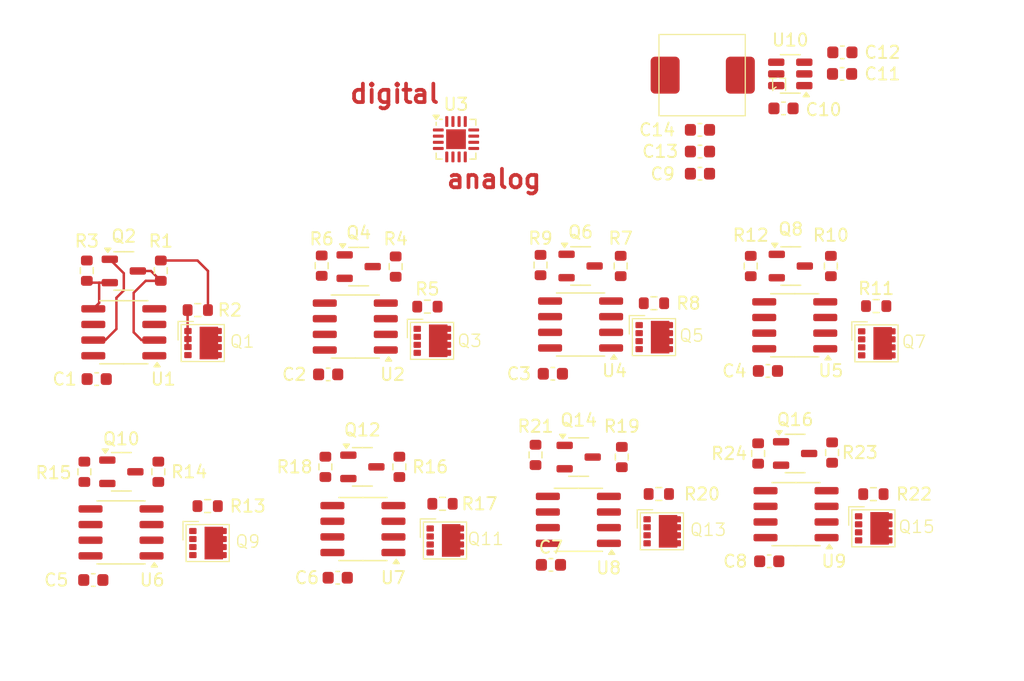
<source format=kicad_pcb>
(kicad_pcb (version 20241229) (generator "pcbnew") (generator_version "9.0")
  (layers (0 "F.Cu" signal) (4 "In1.Cu" signal) (6 "In2.Cu" signal) (2 "B.Cu" signal) (13 "F.Paste" user) (15 "B.Paste" user) (5 "F.SilkS" user "F.Silkscreen") (7 "B.SilkS" user "B.Silkscreen") (1 "F.Mask" user) (3 "B.Mask" user) (25 "Edge.Cuts" user))
  (net 0 "")
  (net 1 "Net-(U2A--)")
  (net 2 "Net-(U2B-+)")
  (net 3 "CH0")
  (net 4 "Net-(U2A-+)")
  (net 5 "GND")
  (net 6 "V_IN")
  (net 7 "AVDD")
  (net 8 "Net-(Q1-Pad4)")
  (net 9 "Net-(Q2-Pad1)")
  (net 10 "Net-(U1B-+)")
  (net 11 "Net-(U1A--)")
  (net 12 "CH1")
  (net 13 "Net-(Q3-Pad4)")
  (net 14 "Net-(Q4-Pad1)")
  (net 15 "CH2")
  (net 16 "Net-(U4A-+)")
  (net 17 "Net-(Q5-Pad4)")
  (net 18 "Net-(U4B-+)")
  (net 19 "Net-(Q6-Pad1)")
  (net 20 "Net-(U4A--)")
  (net 21 "Net-(U5A-+)")
  (net 22 "Net-(Q7-Pad4)")
  (net 23 "CH3")
  (net 24 "Net-(Q8-Pad1)")
  (net 25 "Net-(U5B-+)")
  (net 26 "Net-(U5A--)")
  (net 27 "CH4")
  (net 28 "Net-(U6A-+)")
  (net 29 "Net-(Q9-Pad4)")
  (net 30 "Net-(U6A--)")
  (net 31 "Net-(Q10-Pad1)")
  (net 32 "Net-(U6B-+)")
  (net 33 "CH5")
  (net 34 "Net-(U7A-+)")
  (net 35 "Net-(Q11-Pad4)")
  (net 36 "Net-(U7A--)")
  (net 37 "Net-(U7B-+)")
  (net 38 "Net-(Q12-Pad1)")
  (net 39 "Net-(Q13-Pad4)")
  (net 40 "CH6")
  (net 41 "Net-(U8B--)")
  (net 42 "Net-(U8A-+)")
  (net 43 "Net-(Q14-Pad1)")
  (net 44 "Net-(U8A--)")
  (net 45 "Net-(Q15-Pad4)")
  (net 46 "CH7")
  (net 47 "Net-(U9A-+)")
  (net 48 "Net-(U9B-+)")
  (net 49 "Net-(Q16-Pad1)")
  (net 50 "Net-(U9A--)")
  (net 51 "Net-(U10-SW)")
  (net 52 "Net-(U10-BST)")
  (net 53 "+3.3V")
  (net 55 "VREF")
  (net 56 "Net-(U1A-+)")
  (net 57 "DAC0")
  (net 58 "DAC1")
  (net 59 "DAC7")
  (net 60 "DAC6")
  (net 61 "DAC4")
  (net 62 "DAC5")
  (net 63 "DAC3")
  (net 64 "DAC2")
  (net 67 "SDI")
  (net 68 "SCLK")
  (net 69 "~{CS}")
  (net 70 "SDO")
  (footprint "Resistor_SMD:R_0603_1608Metric" (layer "F.Cu") (at 109.3675 52.34)
    (property "Reference" "R5" (at 0 -1.43 0) (layer "F.SilkS"))
    (property "Value" "100E")
    (pad "1" smd roundrect (at -0.825 0) (size 0.8 0.95) (layers "F.Cu" "F.Mask" "F.Paste") (net 4 "Net-(U2A-+)"))
    (pad "2" smd roundrect (at 0.825 0) (size 0.8 0.95) (layers "F.Cu" "F.Mask" "F.Paste") (net 6 "V_IN"))
  )
  (footprint "Resistor_SMD:R_0603_1608Metric" (layer "F.Cu") (at 145.5425 67.56 180)
    (property "Reference" "R22" (at -3.3 0 0) (layer "F.SilkS"))
    (property "Value" "2k")
    (pad "1" smd roundrect (at -0.825 0 180) (size 0.8 0.95) (layers "F.Cu" "F.Mask" "F.Paste") (net 6 "V_IN"))
    (pad "2" smd roundrect (at 0.825 0 180) (size 0.8 0.95) (layers "F.Cu" "F.Mask" "F.Paste") (net 50 "Net-(U9A--)"))
  )
  (footprint "Capacitor_SMD:C_0603_1608Metric" (layer "F.Cu") (at 131.475 37.99 180)
    (property "Reference" "C14" (at 3.475 0 0) (layer "F.SilkS"))
    (property "Value" "0.1uF")
    (pad "1" smd roundrect (at -0.775 0 180) (size 0.9 0.95) (layers "F.Cu" "F.Mask" "F.Paste") (net 53 "+3.3V"))
    (pad "2" smd roundrect (at 0.775 0 180) (size 0.9 0.95) (layers "F.Cu" "F.Mask" "F.Paste") (net 5 "GND"))
  )
  (footprint "Capacitor_SMD:C_0603_1608Metric" (layer "F.Cu") (at 143 33.45 180)
    (property "Reference" "C11" (at -3.275 0 0) (layer "F.SilkS"))
    (property "Value" "22uF")
    (pad "1" smd roundrect (at -0.775 0 180) (size 0.9 0.95) (layers "F.Cu" "F.Mask" "F.Paste") (net 53 "+3.3V"))
    (pad "2" smd roundrect (at 0.775 0 180) (size 0.9 0.95) (layers "F.Cu" "F.Mask" "F.Paste") (net 5 "GND"))
  )
  (footprint "Curd:HSMT8" (layer "F.Cu") (at 135.6375 70.575 -90)
    (property "Reference" "Q13" (at -0.125 3.5 0) (layer "F.SilkS") (effects (font (thickness 0.1))))
    (property "Value" "RQ3E120AT")
    (pad "1" smd roundrect (at -0.975 8.45) (size 0.6 0.5) (layers "F.Cu" "F.Mask" "F.Paste") (roundrect_rratio 0.15) (net 42 "Net-(U8A-+)"))
    (pad "2" smd roundrect (at -0.325 8.45) (size 0.6 0.5) (layers "F.Cu" "F.Mask" "F.Paste") (roundrect_rratio 0.15) (net 42 "Net-(U8A-+)"))
    (pad "3" smd roundrect (at 0.325 8.45) (size 0.6 0.5) (layers "F.Cu" "F.Mask" "F.Paste") (roundrect_rratio 0.15) (net 42 "Net-(U8A-+)"))
    (pad "4" smd roundrect (at 0.975 8.45) (size 0.6 0.5) (layers "F.Cu" "F.Mask" "F.Paste") (roundrect_rratio 0.15) (net 39 "Net-(Q13-Pad4)"))
    (pad "5" smd rect (at 0 6.75) (size 1.5 2.65) (layers "F.Cu" "F.Mask" "F.Paste") (net 40 "CH6"))
    (pad "5" smd roundrect (at 0.975 6) (size 0.6 0.5) (layers "F.Cu" "F.Mask" "F.Paste") (roundrect_rratio 0.15) (net 40 "CH6"))
    (pad "6" smd roundrect (at 0.325 6) (size 0.6 0.5) (layers "F.Cu" "F.Mask" "F.Paste") (roundrect_rratio 0.15) (net 40 "CH6"))
    (pad "7" smd roundrect (at -0.325 6) (size 0.6 0.5) (layers "F.Cu" "F.Mask" "F.Paste") (roundrect_rratio 0.15) (net 40 "CH6"))
    (pad "8" smd roundrect (at -0.975 6) (size 0.6 0.5) (layers "F.Cu" "F.Mask" "F.Paste") (roundrect_rratio 0.15) (net 40 "CH6"))
  )
  (footprint "Package_TO_SOT_SMD:SOT-23-3" (layer "F.Cu") (at 121.6375 64.55)
    (property "Reference" "Q14" (at 0 -3 0) (layer "F.SilkS"))
    (property "Value" "PMV40UN2")
    (pad "1" smd roundrect (at -1.1375 -0.95) (size 1.325 0.6) (layers "F.Cu" "F.Mask" "F.Paste") (net 43 "Net-(Q14-Pad1)"))
    (pad "2" smd roundrect (at -1.1375 0.95) (size 1.325 0.6) (layers "F.Cu" "F.Mask" "F.Paste") (net 41 "Net-(U8B--)"))
    (pad "3" smd roundrect (at 1.1375 0) (size 1.325 0.6) (layers "F.Cu" "F.Mask" "F.Paste") (net 44 "Net-(U8A--)"))
  )
  (footprint "Capacitor_SMD:C_0603_1608Metric" (layer "F.Cu") (at 138.25 36.25)
    (property "Reference" "C10" (at 3.25 0.1 0) (layer "F.SilkS"))
    (property "Value" "0.1uF")
    (pad "1" smd roundrect (at -0.775 0) (size 0.9 0.95) (layers "F.Cu" "F.Mask" "F.Paste") (net 51 "Net-(U10-SW)"))
    (pad "2" smd roundrect (at 0.775 0) (size 0.9 0.95) (layers "F.Cu" "F.Mask" "F.Paste") (net 52 "Net-(U10-BST)"))
  )
  (footprint "Curd:HSMT8" (layer "F.Cu") (at 118.0425 71.32 -90)
    (property "Reference" "Q11" (at -0.125 3.95 0) (layer "F.SilkS") (effects (font (thickness 0.1))))
    (property "Value" "RQ3E120AT")
    (pad "1" smd roundrect (at -0.975 8.45) (size 0.6 0.5) (layers "F.Cu" "F.Mask" "F.Paste") (roundrect_rratio 0.15) (net 34 "Net-(U7A-+)"))
    (pad "2" smd roundrect (at -0.325 8.45) (size 0.6 0.5) (layers "F.Cu" "F.Mask" "F.Paste") (roundrect_rratio 0.15) (net 34 "Net-(U7A-+)"))
    (pad "3" smd roundrect (at 0.325 8.45) (size 0.6 0.5) (layers "F.Cu" "F.Mask" "F.Paste") (roundrect_rratio 0.15) (net 34 "Net-(U7A-+)"))
    (pad "4" smd roundrect (at 0.975 8.45) (size 0.6 0.5) (layers "F.Cu" "F.Mask" "F.Paste") (roundrect_rratio 0.15) (net 35 "Net-(Q11-Pad4)"))
    (pad "5" smd rect (at 0 6.75) (size 1.5 2.65) (layers "F.Cu" "F.Mask" "F.Paste") (net 33 "CH5"))
    (pad "5" smd roundrect (at 0.975 6) (size 0.6 0.5) (layers "F.Cu" "F.Mask" "F.Paste") (roundrect_rratio 0.15) (net 33 "CH5"))
    (pad "6" smd roundrect (at 0.325 6) (size 0.6 0.5) (layers "F.Cu" "F.Mask" "F.Paste") (roundrect_rratio 0.15) (net 33 "CH5"))
    (pad "7" smd roundrect (at -0.325 6) (size 0.6 0.5) (layers "F.Cu" "F.Mask" "F.Paste") (roundrect_rratio 0.15) (net 33 "CH5"))
    (pad "8" smd roundrect (at -0.975 6) (size 0.6 0.5) (layers "F.Cu" "F.Mask" "F.Paste") (roundrect_rratio 0.15) (net 33 "CH5"))
  )
  (footprint "Capacitor_SMD:C_0603_1608Metric" (layer "F.Cu") (at 119.3875 73.3)
    (property "Reference" "C7" (at 0 -1.43 0) (layer "F.SilkS"))
    (property "Value" "0.1uF")
    (pad "1" smd roundrect (at -0.775 0) (size 0.9 0.95) (layers "F.Cu" "F.Mask" "F.Paste") (net 7 "AVDD"))
    (pad "2" smd roundrect (at 0.775 0) (size 0.9 0.95) (layers "F.Cu" "F.Mask" "F.Paste") (net 5 "GND"))
  )
  (footprint "Capacitor_SMD:C_0603_1608Metric" (layer "F.Cu") (at 101.3175 57.84)
    (property "Reference" "C2" (at -2.75 0 0) (layer "F.SilkS"))
    (property "Value" "0.1uF")
    (pad "1" smd roundrect (at -0.775 0) (size 0.9 0.95) (layers "F.Cu" "F.Mask" "F.Paste") (net 7 "AVDD"))
    (pad "2" smd roundrect (at 0.775 0) (size 0.9 0.95) (layers "F.Cu" "F.Mask" "F.Paste") (net 5 "GND"))
  )
  (footprint "Resistor_SMD:R_0603_1608Metric" (layer "F.Cu") (at 118.1375 64.375 90)
    (property "Reference" "R21" (at 2.325 0 180) (layer "F.SilkS"))
    (property "Value" "5k")
    (pad "1" smd roundrect (at -0.825 0 90) (size 0.8 0.95) (layers "F.Cu" "F.Mask" "F.Paste") (net 41 "Net-(U8B--)"))
    (pad "2" smd roundrect (at 0.825 0 90) (size 0.8 0.95) (layers "F.Cu" "F.Mask" "F.Paste") (net 5 "GND"))
  )
  (footprint "Capacitor_SMD:C_0603_1608Metric" (layer "F.Cu") (at 82.2675 74.53)
    (property "Reference" "C5" (at -3 0 0) (layer "F.SilkS"))
    (property "Value" "0.1uF")
    (pad "1" smd roundrect (at -0.775 0) (size 0.9 0.95) (layers "F.Cu" "F.Mask" "F.Paste") (net 7 "AVDD"))
    (pad "2" smd roundrect (at 0.775 0) (size 0.9 0.95) (layers "F.Cu" "F.Mask" "F.Paste") (net 5 "GND"))
  )
  (footprint "Package_SO:SOIC-8_3.9x4.9mm_P1.27mm" (layer "F.Cu") (at 84.7425 54.42 180)
    (property "Reference" "U1" (at -3.2 -3.8 180) (layer "F.SilkS"))
    (property "Value" "OPA2192")
    (pad "1" smd roundrect (at -2.475 -1.905 180) (size 1.95 0.6) (layers "F.Cu" "F.Mask" "F.Paste") (net 8 "Net-(Q1-Pad4)"))
    (pad "2" smd roundrect (at -2.475 -0.635 180) (size 1.95 0.6) (layers "F.Cu" "F.Mask" "F.Paste") (net 11 "Net-(U1A--)"))
    (pad "3" smd roundrect (at -2.475 0.635 180) (size 1.95 0.6) (layers "F.Cu" "F.Mask" "F.Paste") (net 56 "Net-(U1A-+)"))
    (pad "4" smd roundrect (at -2.475 1.905 180) (size 1.95 0.6) (layers "F.Cu" "F.Mask" "F.Paste") (net 5 "GND"))
    (pad "5" smd roundrect (at 2.475 1.905 180) (size 1.95 0.6) (layers "F.Cu" "F.Mask" "F.Paste") (net 10 "Net-(U1B-+)"))
    (pad "6" smd roundrect (at 2.475 0.635 180) (size 1.95 0.6) (layers "F.Cu" "F.Mask" "F.Paste") (net 57 "DAC0"))
    (pad "7" smd roundrect (at 2.475 -0.635 180) (size 1.95 0.6) (layers "F.Cu" "F.Mask" "F.Paste") (net 9 "Net-(Q2-Pad1)"))
    (pad "8" smd roundrect (at 2.475 -1.905 180) (size 1.95 0.6) (layers "F.Cu" "F.Mask" "F.Paste") (net 7 "AVDD"))
  )
  (footprint "Capacitor_SMD:C_0603_1608Metric" (layer "F.Cu") (at 137.0925 73.01)
    (property "Reference" "C8" (at -2.75 0 0) (layer "F.SilkS"))
    (property "Value" "0.1uF")
    (pad "1" smd roundrect (at -0.775 0) (size 0.9 0.95) (layers "F.Cu" "F.Mask" "F.Paste") (net 7 "AVDD"))
    (pad "2" smd roundrect (at 0.775 0) (size 0.9 0.95) (layers "F.Cu" "F.Mask" "F.Paste"))
  )
  (footprint "Curd:HSMT8" (layer "F.Cu") (at 98.7925 71.53 -90)
    (property "Reference" "Q9" (at -0.125 4 0) (layer "F.SilkS") (effects (font (thickness 0.1))))
    (property "Value" "RQ3E120AT")
    (pad "1" smd roundrect (at -0.975 8.45) (size 0.6 0.5) (layers "F.Cu" "F.Mask" "F.Paste") (roundrect_rratio 0.15) (net 28 "Net-(U6A-+)"))
    (pad "2" smd roundrect (at -0.325 8.45) (size 0.6 0.5) (layers "F.Cu" "F.Mask" "F.Paste") (roundrect_rratio 0.15) (net 28 "Net-(U6A-+)"))
    (pad "3" smd roundrect (at 0.325 8.45) (size 0.6 0.5) (layers "F.Cu" "F.Mask" "F.Paste") (roundrect_rratio 0.15) (net 28 "Net-(U6A-+)"))
    (pad "4" smd roundrect (at 0.975 8.45) (size 0.6 0.5) (layers "F.Cu" "F.Mask" "F.Paste") (roundrect_rratio 0.15) (net 29 "Net-(Q9-Pad4)"))
    (pad "5" smd rect (at 0 6.75) (size 1.5 2.65) (layers "F.Cu" "F.Mask" "F.Paste") (net 27 "CH4"))
    (pad "5" smd roundrect (at 0.975 6) (size 0.6 0.5) (layers "F.Cu" "F.Mask" "F.Paste") (roundrect_rratio 0.15) (net 27 "CH4"))
    (pad "6" smd roundrect (at 0.325 6) (size 0.6 0.5) (layers "F.Cu" "F.Mask" "F.Paste") (roundrect_rratio 0.15) (net 27 "CH4"))
    (pad "7" smd roundrect (at -0.325 6) (size 0.6 0.5) (layers "F.Cu" "F.Mask" "F.Paste") (roundrect_rratio 0.15) (net 27 "CH4"))
    (pad "8" smd roundrect (at -0.975 6) (size 0.6 0.5) (layers "F.Cu" "F.Mask" "F.Paste") (roundrect_rratio 0.15) (net 27 "CH4"))
  )
  (footprint "Curd:HSMT8" (layer "F.Cu") (at 153.0425 55.32 -90)
    (property "Reference" "Q7" (at -0.125 4.2 0) (layer "F.SilkS") (effects (font (thickness 0.1))))
    (property "Value" "RQ3E120AT")
    (pad "1" smd roundrect (at -0.975 8.45) (size 0.6 0.5) (layers "F.Cu" "F.Mask" "F.Paste") (roundrect_rratio 0.15) (net 21 "Net-(U5A-+)"))
    (pad "2" smd roundrect (at -0.325 8.45) (size 0.6 0.5) (layers "F.Cu" "F.Mask" "F.Paste") (roundrect_rratio 0.15) (net 21 "Net-(U5A-+)"))
    (pad "3" smd roundrect (at 0.325 8.45) (size 0.6 0.5) (layers "F.Cu" "F.Mask" "F.Paste") (roundrect_rratio 0.15) (net 21 "Net-(U5A-+)"))
    (pad "4" smd roundrect (at 0.975 8.45) (size 0.6 0.5) (layers "F.Cu" "F.Mask" "F.Paste") (roundrect_rratio 0.15) (net 22 "Net-(Q7-Pad4)"))
    (pad "5" smd rect (at 0 6.75) (size 1.5 2.65) (layers "F.Cu" "F.Mask" "F.Paste") (net 23 "CH3"))
    (pad "5" smd roundrect (at 0.975 6) (size 0.6 0.5) (layers "F.Cu" "F.Mask" "F.Paste") (roundrect_rratio 0.15) (net 23 "CH3"))
    (pad "6" smd roundrect (at 0.325 6) (size 0.6 0.5) (layers "F.Cu" "F.Mask" "F.Paste") (roundrect_rratio 0.15) (net 23 "CH3"))
    (pad "7" smd roundrect (at -0.325 6) (size 0.6 0.5) (layers "F.Cu" "F.Mask" "F.Paste") (roundrect_rratio 0.15) (net 23 "CH3"))
    (pad "8" smd roundrect (at -0.975 6) (size 0.6 0.5) (layers "F.Cu" "F.Mask" "F.Paste") (roundrect_rratio 0.15) (net 23 "CH3"))
  )
  (footprint "Resistor_SMD:R_0603_1608Metric" (layer "F.Cu") (at 128.1375 67.55)
    (property "Reference" "R20" (at 3.5 0 0) (layer "F.SilkS"))
    (property "Value" "100E")
    (pad "1" smd roundrect (at -0.825 0) (size 0.8 0.95) (layers "F.Cu" "F.Mask" "F.Paste") (net 42 "Net-(U8A-+)"))
    (pad "2" smd roundrect (at 0.825 0) (size 0.8 0.95) (layers "F.Cu" "F.Mask" "F.Paste") (net 6 "V_IN"))
  )
  (footprint "Package_TO_SOT_SMD:SOT-23-3" (layer "F.Cu") (at 138.8425 49.045)
    (property "Reference" "Q8" (at 0 -3 0) (layer "F.SilkS"))
    (property "Value" "PMV40UN2")
    (pad "1" smd roundrect (at -1.1375 -0.95) (size 1.325 0.6) (layers "F.Cu" "F.Mask" "F.Paste") (net 24 "Net-(Q8-Pad1)"))
    (pad "2" smd roundrect (at -1.1375 0.95) (size 1.325 0.6) (layers "F.Cu" "F.Mask" "F.Paste") (net 25 "Net-(U5B-+)"))
    (pad "3" smd roundrect (at 1.1375 0) (size 1.325 0.6) (layers "F.Cu" "F.Mask" "F.Paste") (net 26 "Net-(U5A--)"))
  )
  (footprint "Resistor_SMD:R_0603_1608Metric" (layer "F.Cu") (at 90.7425 52.62)
    (property "Reference" "R2" (at 2.6 0 180) (layer "F.SilkS"))
    (property "Value" "100E")
    (pad "1" smd roundrect (at -0.825 0) (size 0.8 0.95) (layers "F.Cu" "F.Mask" "F.Paste") (net 56 "Net-(U1A-+)"))
    (pad "2" smd roundrect (at 0.825 0) (size 0.8 0.95) (layers "F.Cu" "F.Mask" "F.Paste") (net 6 "V_IN"))
  )
  (footprint "Capacitor_SMD:C_0603_1608Metric" (layer "F.Cu") (at 119.5425 57.79)
    (property "Reference" "C3" (at -2.75 0 0) (layer "F.SilkS"))
    (property "Value" "0.1uF")
    (pad "1" smd roundrect (at -0.775 0) (size 0.9 0.95) (layers "F.Cu" "F.Mask" "F.Paste") (net 7 "AVDD"))
    (pad "2" smd roundrect (at 0.775 0) (size 0.9 0.95) (layers "F.Cu" "F.Mask" "F.Paste") (net 5 "GND"))
  )
  (footprint "Capacitor_SMD:C_0603_1608Metric" (layer "F.Cu") (at 82.5425 58.22)
    (property "Reference" "C1" (at -2.6 0 0) (layer "F.SilkS"))
    (property "Value" "0.1uF")
    (pad "1" smd roundrect (at -0.775 0) (size 0.9 0.95) (layers "F.Cu" "F.Mask" "F.Paste") (net 7 "AVDD"))
    (pad "2" smd roundrect (at 0.775 0) (size 0.9 0.95) (layers "F.Cu" "F.Mask" "F.Paste") (net 5 "GND"))
  )
  (footprint "Resistor_SMD:R_0603_1608Metric" (layer "F.Cu") (at 91.5425 68.53)
    (property "Reference" "R13" (at 3.25 0 0) (layer "F.SilkS"))
    (property "Value" "2k")
    (pad "1" smd roundrect (at -0.825 0) (size 0.8 0.95) (layers "F.Cu" "F.Mask" "F.Paste") (net 6 "V_IN"))
    (pad "2" smd roundrect (at 0.825 0) (size 0.8 0.95) (layers "F.Cu" "F.Mask" "F.Paste") (net 30 "Net-(U6A--)"))
  )
  (footprint "Resistor_SMD:R_0603_1608Metric" (layer "F.Cu") (at 81.5425 65.745 90)
    (property "Reference" "R15" (at -0.075 -2.5 180) (layer "F.SilkS"))
    (property "Value" "5k")
    (pad "1" smd roundrect (at -0.825 0 90) (size 0.8 0.95) (layers "F.Cu" "F.Mask" "F.Paste") (net 32 "Net-(U6B-+)"))
    (pad "2" smd roundrect (at 0.825 0 90) (size 0.8 0.95) (layers "F.Cu" "F.Mask" "F.Paste") (net 5 "GND"))
  )
  (footprint "Package_TO_SOT_SMD:SOT-23-3" (layer "F.Cu") (at 84.5425 65.745)
    (property "Reference" "Q10" (at 0 -2.675 0) (layer "F.SilkS"))
    (property "Value" "PMV40UN2")
    (pad "1" smd roundrect (at -1.1375 -0.95) (size 1.325 0.6) (layers "F.Cu" "F.Mask" "F.Paste") (net 31 "Net-(Q10-Pad1)"))
    (pad "2" smd roundrect (at -1.1375 0.95) (size 1.325 0.6) (layers "F.Cu" "F.Mask" "F.Paste") (net 32 "Net-(U6B-+)"))
    (pad "3" smd roundrect (at 1.1375 0) (size 1.325 0.6) (layers "F.Cu" "F.Mask" "F.Paste") (net 30 "Net-(U6A--)"))
  )
  (footprint "Resistor_SMD:R_0603_1608Metric" (layer "F.Cu") (at 107.0925 65.345 -90)
    (property "Reference" "R16" (at 0 -2.5 180) (layer "F.SilkS"))
    (property "Value" "2k")
    (pad "1" smd roundrect (at -0.825 0 270) (size 0.8 0.95) (layers "F.Cu" "F.Mask" "F.Paste") (net 6 "V_IN"))
    (pad "2" smd roundrect (at 0.825 0 270) (size 0.8 0.95) (layers "F.Cu" "F.Mask" "F.Paste") (net 36 "Net-(U7A--)"))
  )
  (footprint "Resistor_SMD:R_0603_1608Metric" (layer "F.Cu") (at 106.7925 49.09 -90)
    (property "Reference" "R4" (at -2.25 0 180) (layer "F.SilkS"))
    (property "Value" "2k")
    (pad "1" smd roundrect (at -0.825 0 270) (size 0.8 0.95) (layers "F.Cu" "F.Mask" "F.Paste") (net 6 "V_IN"))
    (pad "2" smd roundrect (at 0.825 0 270) (size 0.8 0.95) (layers "F.Cu" "F.Mask" "F.Paste") (net 1 "Net-(U2A--)"))
  )
  (footprint "Package_TO_SOT_SMD:SOT-23-3" (layer "F.Cu") (at 121.7925 49.04)
    (property "Reference" "Q6" (at 0 -2.75 0) (layer "F.SilkS"))
    (property "Value" "PMV40UN2")
    (pad "1" smd roundrect (at -1.1375 -0.95) (size 1.325 0.6) (layers "F.Cu" "F.Mask" "F.Paste") (net 19 "Net-(Q6-Pad1)"))
    (pad "2" smd roundrect (at -1.1375 0.95) (size 1.325 0.6) (layers "F.Cu" "F.Mask" "F.Paste") (net 18 "Net-(U4B-+)"))
    (pad "3" smd roundrect (at 1.1375 0) (size 1.325 0.6) (layers "F.Cu" "F.Mask" "F.Paste") (net 20 "Net-(U4A--)"))
  )
  (footprint "Package_SO:SOIC-8_3.9x4.9mm_P1.27mm" (layer "F.Cu") (at 84.5175 70.665 180)
    (property "Reference" "U6" (at -2.525 -3.865 0) (layer "F.SilkS"))
    (property "Value" "OPA2192")
    (pad "1" smd roundrect (at -2.475 -1.905 180) (size 1.95 0.6) (layers "F.Cu" "F.Mask" "F.Paste") (net 29 "Net-(Q9-Pad4)"))
    (pad "2" smd roundrect (at -2.475 -0.635 180) (size 1.95 0.6) (layers "F.Cu" "F.Mask" "F.Paste") (net 30 "Net-(U6A--)"))
    (pad "3" smd roundrect (at -2.475 0.635 180) (size 1.95 0.6) (layers "F.Cu" "F.Mask" "F.Paste") (net 28 "Net-(U6A-+)"))
    (pad "4" smd roundrect (at -2.475 1.905 180) (size 1.95 0.6) (layers "F.Cu" "F.Mask" "F.Paste") (net 5 "GND"))
    (pad "5" smd roundrect (at 2.475 1.905 180) (size 1.95 0.6) (layers "F.Cu" "F.Mask" "F.Paste") (net 32 "Net-(U6B-+)"))
    (pad "6" smd roundrect (at 2.475 0.635 180) (size 1.95 0.6) (layers "F.Cu" "F.Mask" "F.Paste") (net 61 "DAC4"))
    (pad "7" smd roundrect (at 2.475 -0.635 180) (size 1.95 0.6) (layers "F.Cu" "F.Mask" "F.Paste") (net 31 "Net-(Q10-Pad1)"))
    (pad "8" smd roundrect (at 2.475 -1.905 180) (size 1.95 0.6) (layers "F.Cu" "F.Mask" "F.Paste") (net 7 "AVDD"))
  )
  (footprint "Resistor_SMD:R_0603_1608Metric" (layer "F.Cu") (at 87.7425 49.42 -90)
    (property "Reference" "R1" (at -2.4 0 180) (layer "F.SilkS"))
    (property "Value" "2k")
    (pad "1" smd roundrect (at -0.825 0 270) (size 0.8 0.95) (layers "F.Cu" "F.Mask" "F.Paste") (net 6 "V_IN"))
    (pad "2" smd roundrect (at 0.825 0 270) (size 0.8 0.95) (layers "F.Cu" "F.Mask" "F.Paste") (net 11 "Net-(U1A--)"))
  )
  (footprint "Resistor_SMD:R_0603_1608Metric" (layer "F.Cu") (at 136.1925 64.26 90)
    (property "Reference" "R24" (at 0 -2.35 180) (layer "F.SilkS"))
    (property "Value" "5k")
    (pad "1" smd roundrect (at -0.825 0 90) (size 0.8 0.95) (layers "F.Cu" "F.Mask" "F.Paste") (net 48 "Net-(U9B-+)"))
    (pad "2" smd roundrect (at 0.825 0 90) (size 0.8 0.95) (layers "F.Cu" "F.Mask" "F.Paste"))
  )
  (footprint "Package_TO_SOT_SMD:SOT-23-3" (layer "F.Cu") (at 104.0925 65.345)
    (property "Reference" "Q12" (at 0 -3 0) (layer "F.SilkS"))
    (property "Value" "PMV40UN2")
    (pad "1" smd roundrect (at -1.1375 -0.95) (size 1.325 0.6) (layers "F.Cu" "F.Mask" "F.Paste") (net 38 "Net-(Q12-Pad1)"))
    (pad "2" smd roundrect (at -1.1375 0.95) (size 1.325 0.6) (layers "F.Cu" "F.Mask" "F.Paste") (net 37 "Net-(U7B-+)"))
    (pad "3" smd roundrect (at 1.1375 0) (size 1.325 0.6) (layers "F.Cu" "F.Mask" "F.Paste") (net 36 "Net-(U7A--)"))
  )
  (footprint "Resistor_SMD:R_0603_1608Metric" (layer "F.Cu") (at 101.0925 65.345 -90)
    (property "Reference" "R18" (at 0 2.5 180) (layer "F.SilkS"))
    (property "Value" "5k")
    (pad "1" smd roundrect (at -0.825 0 270) (size 0.8 0.95) (layers "F.Cu" "F.Mask" "F.Paste") (net 37 "Net-(U7B-+)"))
    (pad "2" smd roundrect (at 0.825 0 270) (size 0.8 0.95) (layers "F.Cu" "F.Mask" "F.Paste") (net 5 "GND"))
  )
  (footprint "Curd:HSMT8" (layer "F.Cu") (at 134.9925 54.815 -90)
    (property "Reference" "Q5" (at -0.125 4.2 0) (layer "F.SilkS") (effects (font (thickness 0.1))))
    (property "Value" "RQ3E120AT")
    (pad "1" smd roundrect (at -0.975 8.45) (size 0.6 0.5) (layers "F.Cu" "F.Mask" "F.Paste") (roundrect_rratio 0.15) (net 16 "Net-(U4A-+)"))
    (pad "2" smd roundrect (at -0.325 8.45) (size 0.6 0.5) (layers "F.Cu" "F.Mask" "F.Paste") (roundrect_rratio 0.15) (net 16 "Net-(U4A-+)"))
    (pad "3" smd roundrect (at 0.325 8.45) (size 0.6 0.5) (layers "F.Cu" "F.Mask" "F.Paste") (roundrect_rratio 0.15) (net 16 "Net-(U4A-+)"))
    (pad "4" smd roundrect (at 0.975 8.45) (size 0.6 0.5) (layers "F.Cu" "F.Mask" "F.Paste") (roundrect_rratio 0.15) (net 17 "Net-(Q5-Pad4)"))
    (pad "5" smd rect (at 0 6.75) (size 1.5 2.65) (layers "F.Cu" "F.Mask" "F.Paste") (net 15 "CH2"))
    (pad "5" smd roundrect (at 0.975 6) (size 0.6 0.5) (layers "F.Cu" "F.Mask" "F.Paste") (roundrect_rratio 0.15) (net 15 "CH2"))
    (pad "6" smd roundrect (at 0.325 6) (size 0.6 0.5) (layers "F.Cu" "F.Mask" "F.Paste") (roundrect_rratio 0.15) (net 15 "CH2"))
    (pad "7" smd roundrect (at -0.325 6) (size 0.6 0.5) (layers "F.Cu" "F.Mask" "F.Paste") (roundrect_rratio 0.15) (net 15 "CH2"))
    (pad "8" smd roundrect (at -0.975 6) (size 0.6 0.5) (layers "F.Cu" "F.Mask" "F.Paste") (roundrect_rratio 0.15) (net 15 "CH2"))
  )
  (footprint "Package_DFN_QFN:WQFN-16-1EP_3x3mm_P0.5mm_EP1.6x1.6mm" (layer "F.Cu") (at 111.6875 38.75)
    (property "Reference" "U3" (at 0 -2.83 0) (layer "F.SilkS"))
    (property "Value" "DAC80508")
    (pad "1" smd roundrect (at -1.4375 -0.75) (size 0.875 0.25) (layers "F.Cu" "F.Mask" "F.Paste") (net 55 "VREF"))
    (pad "2" smd roundrect (at -1.4375 -0.25) (size 0.875 0.25) (layers "F.Cu" "F.Mask" "F.Paste") (net 57 "DAC0"))
    (pad "3" smd roundrect (at -1.4375 0.25) (size 0.875 0.25) (layers "F.Cu" "F.Mask" "F.Paste") (net 58 "DAC1"))
    (pad "4" smd roundrect (at -1.4375 0.75) (size 0.875 0.25) (layers "F.Cu" "F.Mask" "F.Paste") (net 64 "DAC2"))
    (pad "5" smd roundrect (at -0.75 1.4375) (size 0.25 0.875) (layers "F.Cu" "F.Mask" "F.Paste") (net 63 "DAC3"))
    (pad "6" smd roundrect (at -0.25 1.4375) (size 0.25 0.875) (layers "F.Cu" "F.Mask" "F.Paste") (net 5 "GND"))
    (pad "7" smd roundrect (at 0.25 1.4375) (size 0.25 0.875) (layers "F.Cu" "F.Mask" "F.Paste") (net 53 "+3.3V"))
    (pad "8" smd roundrect (at 0.75 1.4375) (size 0.25 0.875) (layers "F.Cu" "F.Mask" "F.Paste") (net 61 "DAC4"))
    (pad "9" smd roundrect (at 1.4375 0.75) (size 0.875 0.25) (layers "F.Cu" "F.Mask" "F.Paste") (net 62 "DAC5"))
    (pad "10" smd roundrect (at 1.4375 0.25) (size 0.875 0.25) (layers "F.Cu" "F.Mask" "F.Paste") (net 60 "DAC6"))
    (pad "11" smd roundrect (at 1.4375 -0.25) (size 0.875 0.25) (layers "F.Cu" "F.Mask" "F.Paste") (net 59 "DAC7"))
    (pad "12" smd roundrect (at 1.4375 -0.75) (size 0.875 0.25) (layers "F.Cu" "F.Mask" "F.Paste") (net 69 "~{CS}"))
    (pad "13" smd roundrect (at 0.75 -1.4375) (size 0.25 0.875) (layers "F.Cu" "F.Mask" "F.Paste") (net 68 "SCLK"))
    (pad "14" smd roundrect (at 0.25 -1.4375) (size 0.25 0.875) (layers "F.Cu" "F.Mask" "F.Paste") (net 67 "SDI"))
    (pad "15" smd roundrect (at -0.25 -1.4375) (size 0.25 0.875) (layers "F.Cu" "F.Mask" "F.Paste") (net 70 "SDO"))
    (pad "16" smd roundrect (at -0.75 -1.4375) (size 0.25 0.875) (layers "F.Cu" "F.Mask" "F.Paste") (net 53 "+3.3V"))
    (pad "17" smd rect (at 0 0) (size 1.6 1.6) (property pad_prop_heatsink) (layers "F.Cu" "F.Mask") (net 5 "GND"))
  )
  (footprint "Resistor_SMD:R_0603_1608Metric" (layer "F.Cu") (at 110.5925 68.345)
    (property "Reference" "R17" (at 3 0 0) (layer "F.SilkS"))
    (property "Value" "100E")
    (pad "1" smd roundrect (at -0.825 0) (size 0.8 0.95) (layers "F.Cu" "F.Mask" "F.Paste") (net 34 "Net-(U7A-+)"))
    (pad "2" smd roundrect (at 0.825 0) (size 0.8 0.95) (layers "F.Cu" "F.Mask" "F.Paste") (net 6 "V_IN"))
  )
  (footprint "Package_SO:SOIC-8_3.9x4.9mm_P1.27mm" (layer "F.Cu") (at 121.7925 53.79 180)
    (property "Reference" "U4" (at -2.75 -3.75 0) (layer "F.SilkS"))
    (property "Value" "OPA2192")
    (pad "1" smd roundrect (at -2.475 -1.905 180) (size 1.95 0.6) (layers "F.Cu" "F.Mask" "F.Paste") (net 17 "Net-(Q5-Pad4)"))
    (pad "2" smd roundrect (at -2.475 -0.635 180) (size 1.95 0.6) (layers "F.Cu" "F.Mask" "F.Paste") (net 20 "Net-(U4A--)"))
    (pad "3" smd roundrect (at -2.475 0.635 180) (size 1.95 0.6) (layers "F.Cu" "F.Mask" "F.Paste") (net 16 "Net-(U4A-+)"))
    (pad "4" smd roundrect (at -2.475 1.905 180) (size 1.95 0.6) (layers "F.Cu" "F.Mask" "F.Paste") (net 5 "GND"))
    (pad "5" smd roundrect (at 2.475 1.905 180) (size 1.95 0.6) (layers "F.Cu" "F.Mask" "F.Paste") (net 18 "Net-(U4B-+)"))
    (pad "6" smd roundrect (at 2.475 0.635 180) (size 1.95 0.6) (layers "F.Cu" "F.Mask" "F.Paste") (net 64 "DAC2"))
    (pad "7" smd roundrect (at 2.475 -0.635 180) (size 1.95 0.6) (layers "F.Cu" "F.Mask" "F.Paste") (net 19 "Net-(Q6-Pad1)"))
    (pad "8" smd roundrect (at 2.475 -1.905 180) (size 1.95 0.6) (layers "F.Cu" "F.Mask" "F.Paste") (net 7 "AVDD"))
  )
  (footprint "Capacitor_SMD:C_0603_1608Metric" (layer "F.Cu") (at 131.475 41.55)
    (property "Reference" "C9" (at -3.025 0.02 0) (layer "F.SilkS"))
    (property "Value" "10uF")
    (pad "1" smd roundrect (at -0.775 0) (size 0.9 0.95) (layers "F.Cu" "F.Mask" "F.Paste") (net 5 "GND"))
    (pad "2" smd roundrect (at 0.775 0) (size 0.9 0.95) (layers "F.Cu" "F.Mask" "F.Paste") (net 6 "V_IN"))
  )
  (footprint "Resistor_SMD:R_0603_1608Metric" (layer "F.Cu") (at 100.7925 49.015 90)
    (property "Reference" "R6" (at 2.175 0 180) (layer "F.SilkS"))
    (property "Value" "5k")
    (pad "1" smd roundrect (at -0.825 0 90) (size 0.8 0.95) (layers "F.Cu" "F.Mask" "F.Paste") (net 2 "Net-(U2B-+)"))
    (pad "2" smd roundrect (at 0.825 0 90) (size 0.8 0.95) (layers "F.Cu" "F.Mask" "F.Paste") (net 5 "GND"))
  )
  (footprint "Resistor_SMD:R_0603_1608Metric" (layer "F.Cu") (at 125.0425 49.04 -90)
    (property "Reference" "R7" (at -2.25 0 0) (layer "F.SilkS"))
    (property "Value" "2k")
    (pad "1" smd roundrect (at -0.825 0 270) (size 0.8 0.95) (layers "F.Cu" "F.Mask" "F.Paste") (net 6 "V_IN"))
    (pad "2" smd roundrect (at 0.825 0 270) (size 0.8 0.95) (layers "F.Cu" "F.Mask" "F.Paste") (net 20 "Net-(U4A--)"))
  )
  (footprint "Capacitor_SMD:C_0603_1608Metric" (layer "F.Cu") (at 131.475 39.75 180)
    (property "Reference" "C13" (at 3.225 0.01 0) (layer "F.SilkS"))
    (property "Value" "1uF")
    (pad "1" smd roundrect (at -0.775 0 180) (size 0.9 0.95) (layers "F.Cu" "F.Mask" "F.Paste") (net 53 "+3.3V"))
    (pad "2" smd roundrect (at 0.775 0 180) (size 0.9 0.95) (layers "F.Cu" "F.Mask" "F.Paste") (net 5 "GND"))
  )
  (footprint "Resistor_SMD:R_0603_1608Metric" (layer "F.Cu") (at 142.1925 64.185 90)
    (property "Reference" "R23" (at 0 2.25 0) (layer "F.SilkS"))
    (property "Value" "100E")
    (pad "1" smd roundrect (at -0.825 0 90) (size 0.8 0.95) (layers "F.Cu" "F.Mask" "F.Paste") (net 47 "Net-(U9A-+)"))
    (pad "2" smd roundrect (at 0.825 0 90) (size 0.8 0.95) (layers "F.Cu" "F.Mask" "F.Paste") (net 6 "V_IN"))
  )
  (footprint "Curd:HSMT8" (layer "F.Cu") (at 98.3925 55.295 -90)
    (property "Reference" "Q1" (at -0.125 4.05 0) (layer "F.SilkS") (effects (font (thickness 0.1))))
    (property "Value" "RQ3E120AT")
    (pad "1" smd roundrect (at -0.975 8.45) (size 0.6 0.5) (layers "F.Cu" "F.Mask" "F.Paste") (roundrect_rratio 0.15) (net 56 "Net-(U1A-+)"))
    (pad "2" smd roundrect (at -0.325 8.45) (size 0.6 0.5) (layers "F.Cu" "F.Mask" "F.Paste") (roundrect_rratio 0.15) (net 56 "Net-(U1A-+)"))
    (pad "3" smd roundrect (at 0.325 8.45) (size 0.6 0.5) (layers "F.Cu" "F.Mask" "F.Paste") (roundrect_rratio 0.15) (net 56 "Net-(U1A-+)"))
    (pad "4" smd roundrect (at 0.975 8.45) (size 0.6 0.5) (layers "F.Cu" "F.Mask" "F.Paste") (roundrect_rratio 0.15) (net 8 "Net-(Q1-Pad4)"))
    (pad "5" smd rect (at 0 6.75) (size 1.5 2.65) (layers "F.Cu" "F.Mask" "F.Paste") (net 3 "CH0"))
    (pad "5" smd roundrect (at 0.975 6) (size 0.6 0.5) (layers "F.Cu" "F.Mask" "F.Paste") (roundrect_rratio 0.15) (net 3 "CH0"))
    (pad "6" smd roundrect (at 0.325 6) (size 0.6 0.5) (layers "F.Cu" "F.Mask" "F.Paste") (roundrect_rratio 0.15) (net 3 "CH0"))
    (pad "7" smd roundrect (at -0.325 6) (size 0.6 0.5) (layers "F.Cu" "F.Mask" "F.Paste") (roundrect_rratio 0.15) (net 3 "CH0"))
    (pad "8" smd roundrect (at -0.975 6) (size 0.6 0.5) (layers "F.Cu" "F.Mask" "F.Paste") (roundrect_rratio 0.15) (net 3 "CH0"))
  )
  (footprint "Resistor_SMD:R_0603_1608Metric" (layer "F.Cu") (at 127.7425 52.065)
    (property "Reference" "R8" (at 2.8 0 0) (layer "F.SilkS"))
    (property "Value" "100E")
    (pad "1" smd roundrect (at -0.825 0) (size 0.8 0.95) (layers "F.Cu" "F.Mask" "F.Paste") (net 16 "Net-(U4A-+)"))
    (pad "2" smd roundrect (at 0.825 0) (size 0.8 0.95) (layers "F.Cu" "F.Mask" "F.Paste") (net 6 "V_IN"))
  )
  (footprint "Curd:XR0630-4R7M" (layer "F.Cu") (at 131.75 33.75 180)
    (property "Reference" "L1" (at -6.025 -0.51 180) (layer "F.SilkS") (effects (font (thickness 0.1))))
    (property "Value" "4.7uH")
    (pad "1" smd roundrect (at -3 0.2 180) (size 2.35 3) (layers "F.Cu" "F.Mask" "F.Paste") (roundrect_rratio 0.15) (net 51 "Net-(U10-SW)"))
    (pad "2" smd roundrect (at 3.1 0.2 180) (size 2.35 3) (layers "F.Cu" "F.Mask" "F.Paste") (roundrect_rratio 0.15) (net 53 "+3.3V"))
  )
  (footprint "Package_TO_SOT_SMD:SOT-23-3" (layer "F.Cu") (at 103.7925 49.09)
    (property "Reference" "Q4" (at 0 -2.75 0) (layer "F.SilkS"))
    (property "Value" "PMV40UN2")
    (pad "1" smd roundrect (at -1.1375 -0.95) (size 1.325 0.6) (layers "F.Cu" "F.Mask" "F.Paste") (net 14 "Net-(Q4-Pad1)"))
    (pad "2" smd roundrect (at -1.1375 0.95) (size 1.325 0.6) (layers "F.Cu" "F.Mask" "F.Paste") (net 2 "Net-(U2B-+)"))
    (pad "3" smd roundrect (at 1.1375 0) (size 1.325 0.6) (layers "F.Cu" "F.Mask" "F.Paste") (net 1 "Net-(U2A--)"))
  )
  (footprint "Resistor_SMD:R_0603_1608Metric" (layer "F.Cu") (at 125.1375 64.55 -90)
    (property "Reference" "R19" (at -2.5 0 180) (layer "F.SilkS"))
    (property "Value" "2k")
    (pad "1" smd roundrect (at -0.825 0 270) (size 0.8 0.95) (layers "F.Cu" "F.Mask" "F.Paste") (net 6 "V_IN"))
    (pad "2" smd roundrect (at 0.825 0 270) (size 0.8 0.95) (layers "F.Cu" "F.Mask" "F.Paste") (net 44 "Net-(U8A--)"))
  )
  (footprint "Capacitor_SMD:C_0603_1608Metric" (layer "F.Cu") (at 143.025 31.7)
    (property "Reference" "C12" (at 3.25 0 0) (layer "F.SilkS"))
    (property "Value" "22uF")
    (pad "1" smd roundrect (at -0.775 0) (size 0.9 0.95) (layers "F.Cu" "F.Mask" "F.Paste") (net 5 "GND"))
    (pad "2" smd roundrect (at 0.775 0) (size 0.9 0.95) (layers "F.Cu" "F.Mask" "F.Paste") (net 53 "+3.3V"))
  )
  (footprint "Capacitor_SMD:C_0603_1608Metric" (layer "F.Cu") (at 136.9875 57.56)
    (property "Reference" "C4" (at -2.725 0 0) (layer "F.SilkS"))
    (property "Value" "0.1uF")
    (pad "1" smd roundrect (at -0.775 0) (size 0.9 0.95) (layers "F.Cu" "F.Mask" "F.Paste") (net 7 "AVDD"))
    (pad "2" smd roundrect (at 0.775 0) (size 0.9 0.95) (layers "F.Cu" "F.Mask" "F.Paste") (net 5 "GND"))
  )
  (footprint "Resistor_SMD:R_0603_1608Metric" (layer "F.Cu") (at 87.5425 65.745 -90)
    (property "Reference" "R14" (at 0 -2.5 180) (layer "F.SilkS"))
    (property "Value" "100E")
    (pad "1" smd roundrect (at -0.825 0 270) (size 0.8 0.95) (layers "F.Cu" "F.Mask" "F.Paste") (net 28 "Net-(U6A-+)"))
    (pad "2" smd roundrect (at 0.825 0 270) (size 0.8 0.95) (layers "F.Cu" "F.Mask" "F.Paste") (net 6 "V_IN"))
  )
  (footprint "Package_SO:SOIC-8_3.9x4.9mm_P1.27mm" (layer "F.Cu") (at 121.6125 69.645 180)
    (property "Reference" "U8" (at -2.46 -3.905 0) (layer "F.SilkS"))
    (property "Value" "OPA2192")
    (pad "1" smd roundrect (at -2.475 -1.905 180) (size 1.95 0.6) (layers "F.Cu" "F.Mask" "F.Paste") (net 39 "Net-(Q13-Pad4)"))
    (pad "2" smd roundrect (at -2.475 -0.635 180) (size 1.95 0.6) (layers "F.Cu" "F.Mask" "F.Paste") (net 44 "Net-(U8A--)"))
    (pad "3" smd roundrect (at -2.475 0.635 180) (size 1.95 0.6) (layers "F.Cu" "F.Mask" "F.Paste") (net 42 "Net-(U8A-+)"))
    (pad "4" smd roundrect (at -2.475 1.905 180) (size 1.95 0.6) (layers "F.Cu" "F.Mask" "F.Paste") (net 5 "GND"))
    (pad "5" smd roundrect (at 2.475 1.905 180) (size 1.95 0.6) (layers "F.Cu" "F.Mask" "F.Paste") (net 60 "DAC6"))
    (pad "6" smd roundrect (at 2.475 0.635 180) (size 1.95 0.6) (layers "F.Cu" "F.Mask" "F.Paste") (net 41 "Net-(U8B--)"))
    (pad "7" smd roundrect (at 2.475 -0.635 180) (size 1.95 0.6) (layers "F.Cu" "F.Mask" "F.Paste") (net 43 "Net-(Q14-Pad1)"))
    (pad "8" smd roundrect (at 2.475 -1.905 180) (size 1.95 0.6) (layers "F.Cu" "F.Mask" "F.Paste") (net 7 "AVDD"))
  )
  (footprint "Capacitor_SMD:C_0603_1608Metric" (layer "F.Cu") (at 102.0925 74.345)
    (property "Reference" "C6" (at -2.5 0 0) (layer "F.SilkS"))
    (property "Value" "0.1uF")
    (pad "1" smd roundrect (at -0.775 0) (size 0.9 0.95) (layers "F.Cu" "F.Mask" "F.Paste") (net 7 "AVDD"))
    (pad "2" smd roundrect (at 0.775 0) (size 0.9 0.95) (layers "F.Cu" "F.Mask" "F.Paste") (net 5 "GND"))
  )
  (footprint "Resistor_SMD:R_0603_1608Metric" (layer "F.Cu") (at 81.7425 49.42 90)
    (property "Reference" "R3" (at 2.4 0 180) (layer "F.SilkS"))
    (property "Value" "5k")
    (pad "1" smd roundrect (at -0.825 0 90) (size 0.8 0.95) (layers "F.Cu" "F.Mask" "F.Paste") (net 10 "Net-(U1B-+)"))
    (pad "2" smd roundrect (at 0.825 0 90) (size 0.8 0.95) (layers "F.Cu" "F.Mask" "F.Paste") (net 5 "GND"))
  )
  (footprint "Package_TO_SOT_SMD:SOT-23-3" (layer "F.Cu") (at 84.7425 49.445)
    (property "Reference" "Q2" (at 0 -2.825 0) (layer "F.SilkS"))
    (property "Value" "PMV40UN2")
    (pad "1" smd roundrect (at -1.1375 -0.95) (size 1.325 0.6) (layers "F.Cu" "F.Mask" "F.Paste") (net 9 "Net-(Q2-Pad1)"))
    (pad "2" smd roundrect (at -1.1375 0.95) (size 1.325 0.6) (layers "F.Cu" "F.Mask" "F.Paste") (net 10 "Net-(U1B-+)"))
    (pad "3" smd roundrect (at 1.1375 0) (size 1.325 0.6) (layers "F.Cu" "F.Mask" "F.Paste") (net 11 "Net-(U1A--)"))
  )
  (footprint "Package_SO:SOIC-8_3.9x4.9mm_P1.27mm" (layer "F.Cu") (at 139.1625 53.855 180)
    (property "Reference" "U5" (at -2.93 -3.69 0) (layer "F.SilkS"))
    (property "Value" "OPA2192")
    (pad "1" smd roundrect (at -2.475 -1.905 180) (size 1.95 0.6) (layers "F.Cu" "F.Mask" "F.Paste") (net 22 "Net-(Q7-Pad4)"))
    (pad "2" smd roundrect (at -2.475 -0.635 180) (size 1.95 0.6) (layers "F.Cu" "F.Mask" "F.Paste") (net 26 "Net-(U5A--)"))
    (pad "3" smd roundrect (at -2.475 0.635 180) (size 1.95 0.6) (layers "F.Cu" "F.Mask" "F.Paste") (net 21 "Net-(U5A-+)"))
    (pad "4" smd roundrect (at -2.475 1.905 180) (size 1.95 0.6) (layers "F.Cu" "F.Mask" "F.Paste") (net 5 "GND"))
    (pad "5" smd roundrect (at 2.475 1.905 180) (size 1.95 0.6) (layers "F.Cu" "F.Mask" "F.Paste") (net 25 "Net-(U5B-+)"))
    (pad "6" smd roundrect (at 2.475 0.635 180) (size 1.95 0.6) (layers "F.Cu" "F.Mask" "F.Paste") (net 63 "DAC3"))
    (pad "7" smd roundrect (at 2.475 -0.635 180) (size 1.95 0.6) (layers "F.Cu" "F.Mask" "F.Paste") (net 24 "Net-(Q8-Pad1)"))
    (pad "8" smd roundrect (at 2.475 -1.905 180) (size 1.95 0.6) (layers "F.Cu" "F.Mask" "F.Paste") (net 7 "AVDD"))
  )
  (footprint "Resistor_SMD:R_0603_1608Metric" (layer "F.Cu") (at 145.7675 52.295)
    (property "Reference" "R11" (at 0 -1.43 0) (layer "F.SilkS"))
    (property "Value" "100E")
    (pad "1" smd roundrect (at -0.825 0) (size 0.8 0.95) (layers "F.Cu" "F.Mask" "F.Paste") (net 21 "Net-(U5A-+)"))
    (pad "2" smd roundrect (at 0.825 0) (size 0.8 0.95) (layers "F.Cu" "F.Mask" "F.Paste") (net 6 "V_IN"))
  )
  (footprint "Package_TO_SOT_SMD:TSOT-23-6" (layer "F.Cu") (at 138.8 33.45 180)
    (property "Reference" "U10" (at 0 2.75 0) (layer "F.SilkS"))
    (property "Value" "AP63203WU")
    (pad "1" smd roundrect (at -1.1375 -0.95 180) (size 1.325 0.6) (layers "F.Cu" "F.Mask" "F.Paste") (net 53 "+3.3V"))
    (pad "2" smd roundrect (at -1.1375 0 180) (size 1.325 0.6) (layers "F.Cu" "F.Mask" "F.Paste") (net 6 "V_IN"))
    (pad "3" smd roundrect (at -1.1375 0.95 180) (size 1.325 0.6) (layers "F.Cu" "F.Mask" "F.Paste") (net 6 "V_IN"))
    (pad "4" smd roundrect (at 1.1375 0.95 180) (size 1.325 0.6) (layers "F.Cu" "F.Mask" "F.Paste") (net 5 "GND"))
    (pad "5" smd roundrect (at 1.1375 0 180) (size 1.325 0.6) (layers "F.Cu" "F.Mask" "F.Paste") (net 51 "Net-(U10-SW)"))
    (pad "6" smd roundrect (at 1.1375 -0.95 180) (size 1.325 0.6) (layers "F.Cu" "F.Mask" "F.Paste") (net 52 "Net-(U10-BST)"))
  )
  (footprint "Resistor_SMD:R_0603_1608Metric" (layer "F.Cu") (at 118.5425 48.965 90)
    (property "Reference" "R9" (at 2.175 0 180) (layer "F.SilkS"))
    (property "Value" "5k")
    (pad "1" smd roundrect (at -0.825 0 90) (size 0.8 0.95) (layers "F.Cu" "F.Mask" "F.Paste") (net 18 "Net-(U4B-+)"))
    (pad "2" smd roundrect (at 0.825 0 90) (size 0.8 0.95) (layers "F.Cu" "F.Mask" "F.Paste") (net 5 "GND"))
  )
  (footprint "Package_SO:SOIC-8_3.9x4.9mm_P1.27mm" (layer "F.Cu") (at 139.2675 69.185 180)
    (property "Reference" "U9" (at -3.075 -3.825 0) (layer "F.SilkS"))
    (property "Value" "OPA2192")
    (pad "1" smd roundrect (at -2.475 -1.905 180) (size 1.95 0.6) (layers "F.Cu" "F.Mask" "F.Paste") (net 45 "Net-(Q15-Pad4)"))
    (pad "2" smd roundrect (at -2.475 -0.635 180) (size 1.95 0.6) (layers "F.Cu" "F.Mask" "F.Paste") (net 50 "Net-(U9A--)"))
    (pad "3" smd roundrect (at -2.475 0.635 180) (size 1.95 0.6) (layers "F.Cu" "F.Mask" "F.Paste") (net 47 "Net-(U9A-+)"))
    (pad "4" smd roundrect (at -2.475 1.905 180) (size 1.95 0.6) (layers "F.Cu" "F.Mask" "F.Paste"))
    (pad "5" smd roundrect (at 2.475 1.905 180) (size 1.95 0.6) (layers "F.Cu" "F.Mask" "F.Paste") (net 48 "Net-(U9B-+)"))
    (pad "6" smd roundrect (at 2.475 0.635 180) (size 1.95 0.6) (layers "F.Cu" "F.Mask" "F.Paste") (net 59 "DAC7"))
    (pad "7" smd roundrect (at 2.475 -0.635 180) (size 1.95 0.6) (layers "F.Cu" "F.Mask" "F.Paste") (net 49 "Net-(Q16-Pad1)"))
    (pad "8" smd roundrect (at 2.475 -1.905 180) (size 1.95 0.6) (layers "F.Cu" "F.Mask" "F.Paste") (net 7 "AVDD"))
  )
  (footprint "Curd:HSMT8" (layer "F.Cu") (at 112.4925 55.115 -90)
    (property "Reference" "Q3" (at 0 -0.3 0) (layer "F.SilkS") (effects (font (thickness 0.1))))
    (property "Value" "RQ3E120AT")
    (pad "1" smd roundrect (at -0.975 3.95) (size 0.6 0.5) (layers "F.Cu" "F.Mask" "F.Paste") (roundrect_rratio 0.15) (net 4 "Net-(U2A-+)"))
    (pad "2" smd roundrect (at -0.325 3.95) (size 0.6 0.5) (layers "F.Cu" "F.Mask" "F.Paste") (roundrect_rratio 0.15) (net 4 "Net-(U2A-+)"))
    (pad "3" smd roundrect (at 0.325 3.95) (size 0.6 0.5) (layers "F.Cu" "F.Mask" "F.Paste") (roundrect_rratio 0.15) (net 4 "Net-(U2A-+)"))
    (pad "4" smd roundrect (at 0.975 3.95) (size 0.6 0.5) (layers "F.Cu" "F.Mask" "F.Paste") (roundrect_rratio 0.15) (net 13 "Net-(Q3-Pad4)"))
    (pad "5" smd rect (at 0 2.25) (size 1.5 2.65) (layers "F.Cu" "F.Mask" "F.Paste") (net 12 "CH1"))
    (pad "5" smd roundrect (at 0.975 1.5) (size 0.6 0.5) (layers "F.Cu" "F.Mask" "F.Paste") (roundrect_rratio 0.15) (net 12 "CH1"))
    (pad "6" smd roundrect (at 0.325 1.5) (size 0.6 0.5) (layers "F.Cu" "F.Mask" "F.Paste") (roundrect_rratio 0.15) (net 12 "CH1"))
    (pad "7" smd roundrect (at -0.325 1.5) (size 0.6 0.5) (layers "F.Cu" "F.Mask" "F.Paste") (roundrect_rratio 0.15) (net 12 "CH1"))
    (pad "8" smd roundrect (at -0.975 1.5) (size 0.6 0.5) (layers "F.Cu" "F.Mask" "F.Paste") (roundrect_rratio 0.15) (net 12 "CH1"))
  )
  (footprint "Resistor_SMD:R_0603_1608Metric" (layer "F.Cu") (at 135.5925 49.045 90)
    (property "Reference" "R12" (at 2.5 0 180) (layer "F.SilkS"))
    (property "Value" "5k")
    (pad "1" smd roundrect (at -0.825 0 90) (size 0.8 0.95) (layers "F.Cu" "F.Mask" "F.Paste") (net 25 "Net-(U5B-+)"))
    (pad "2" smd roundrect (at 0.825 0 90) (size 0.8 0.95) (layers "F.Cu" "F.Mask" "F.Paste") (net 5 "GND"))
  )
  (footprint "Package_TO_SOT_SMD:SOT-23-3" (layer "F.Cu") (at 139.1925 64.26)
    (property "Reference" "Q16" (at 0 -2.75 0) (layer "F.SilkS"))
    (property "Value" "PMV40UN2")
    (pad "1" smd roundrect (at -1.1375 -0.95) (size 1.325 0.6) (layers "F.Cu" "F.Mask" "F.Paste") (net 49 "Net-(Q16-Pad1)"))
    (pad "2" smd roundrect (at -1.1375 0.95) (size 1.325 0.6) (layers "F.Cu" "F.Mask" "F.Paste") (net 48 "Net-(U9B-+)"))
    (pad "3" smd roundrect (at 1.1375 0) (size 1.325 0.6) (layers "F.Cu" "F.Mask" "F.Paste") (net 50 "Net-(U9A--)"))
  )
  (footprint "Package_SO:SOIC-8_3.9x4.9mm_P1.27mm" (layer "F.Cu") (at 103.5175 53.955 180)
    (property "Reference" "U2" (at -3.025 -3.885 0) (layer "F.SilkS"))
    (property "Value" "OPA2192")
    (pad "1" smd roundrect (at -2.475 -1.905 180) (size 1.95 0.6) (layers "F.Cu" "F.Mask" "F.Paste") (net 13 "Net-(Q3-Pad4)"))
    (pad "2" smd roundrect (at -2.475 -0.635 180) (size 1.95 0.6) (layers "F.Cu" "F.Mask" "F.Paste") (net 1 "Net-(U2A--)"))
    (pad "3" smd roundrect (at -2.475 0.635 180) (size 1.95 0.6) (layers "F.Cu" "F.Mask" "F.Paste") (net 4 "Net-(U2A-+)"))
    (pad "4" smd roundrect (at -2.475 1.905 180) (size 1.95 0.6) (layers "F.Cu" "F.Mask" "F.Paste") (net 5 "GND"))
    (pad "5" smd roundrect (at 2.475 1.905 180) (size 1.95 0.6) (layers "F.Cu" "F.Mask" "F.Paste") (net 2 "Net-(U2B-+)"))
    (pad "6" smd roundrect (at 2.475 0.635 180) (size 1.95 0.6) (layers "F.Cu" "F.Mask" "F.Paste") (net 58 "DAC1"))
    (pad "7" smd roundrect (at 2.475 -0.635 180) (size 1.95 0.6) (layers "F.Cu" "F.Mask" "F.Paste") (net 14 "Net-(Q4-Pad1)"))
    (pad "8" smd roundrect (at 2.475 -1.905 180) (size 1.95 0.6) (layers "F.Cu" "F.Mask" "F.Paste") (net 7 "AVDD"))
  )
  (footprint "Package_SO:SOIC-8_3.9x4.9mm_P1.27mm" (layer "F.Cu") (at 104.1375 70.395 180)
    (property "Reference" "U7" (at -2.455 -3.95 0) (layer "F.SilkS"))
    (property "Value" "OPA2192")
    (pad "1" smd roundrect (at -2.475 -1.905 180) (size 1.95 0.6) (layers "F.Cu" "F.Mask" "F.Paste") (net 35 "Net-(Q11-Pad4)"))
    (pad "2" smd roundrect (at -2.475 -0.635 180) (size 1.95 0.6) (layers "F.Cu" "F.Mask" "F.Paste") (net 36 "Net-(U7A--)"))
    (pad "3" smd roundrect (at -2.475 0.635 180) (size 1.95 0.6) (layers "F.Cu" "F.Mask" "F.Paste") (net 34 "Net-(U7A-+)"))
    (pad "4" smd roundrect (at -2.475 1.905 180) (size 1.95 0.6) (layers "F.Cu" "F.Mask" "F.Paste") (net 5 "GND"))
    (pad "5" smd roundrect (at 2.475 1.905 180) (size 1.95 0.6) (layers "F.Cu" "F.Mask" "F.Paste") (net 37 "Net-(U7B-+)"))
    (pad "6" smd roundrect (at 2.475 0.635 180) (size 1.95 0.6) (layers "F.Cu" "F.Mask" "F.Paste") (net 62 "DAC5"))
    (pad "7" smd roundrect (at 2.475 -0.635 180) (size 1.95 0.6) (layers "F.Cu" "F.Mask" "F.Paste") (net 38 "Net-(Q12-Pad1)"))
    (pad "8" smd roundrect (at 2.475 -1.905 180) (size 1.95 0.6) (layers "F.Cu" "F.Mask" "F.Paste") (net 7 "AVDD"))
  )
  (footprint "Curd:HSMT8" (layer "F.Cu") (at 152.7925 70.335 -90)
    (property "Reference" "Q15" (at -0.125 3.75 0) (layer "F.SilkS") (effects (font (thickness 0.1))))
    (property "Value" "RQ3E120AT")
    (pad "1" smd roundrect (at -0.975 8.45) (size 0.6 0.5) (layers "F.Cu" "F.Mask" "F.Paste") (roundrect_rratio 0.15) (net 47 "Net-(U9A-+)"))
    (pad "2" smd roundrect (at -0.325 8.45) (size 0.6 0.5) (layers "F.Cu" "F.Mask" "F.Paste") (roundrect_rratio 0.15) (net 47 "Net-(U9A-+)"))
    (pad "3" smd roundrect (at 0.325 8.45) (size 0.6 0.5) (layers "F.Cu" "F.Mask" "F.Paste") (roundrect_rratio 0.15) (net 47 "Net-(U9A-+)"))
    (pad "4" smd roundrect (at 0.975 8.45) (size 0.6 0.5) (layers "F.Cu" "F.Mask" "F.Paste") (roundrect_rratio 0.15) (net 45 "Net-(Q15-Pad4)"))
    (pad "5" smd rect (at 0 6.75) (size 1.5 2.65) (layers "F.Cu" "F.Mask" "F.Paste") (net 46 "CH7"))
    (pad "5" smd roundrect (at 0.975 6) (size 0.6 0.5) (layers "F.Cu" "F.Mask" "F.Paste") (roundrect_rratio 0.15) (net 46 "CH7"))
    (pad "6" smd roundrect (at 0.325 6) (size 0.6 0.5) (layers "F.Cu" "F.Mask" "F.Paste") (roundrect_rratio 0.15) (net 46 "CH7"))
    (pad "7" smd roundrect (at -0.325 6) (size 0.6 0.5) (layers "F.Cu" "F.Mask" "F.Paste") (roundrect_rratio 0.15) (net 46 "CH7"))
    (pad "8" smd roundrect (at -0.975 6) (size 0.6 0.5) (layers "F.Cu" "F.Mask" "F.Paste") (roundrect_rratio 0.15) (net 46 "CH7"))
  )
  (footprint "Resistor_SMD:R_0603_1608Metric" (layer "F.Cu") (at 142.0925 49.045 -90)
    (property "Reference" "R10" (at -2.5 0 0) (layer "F.SilkS"))
    (property "Value" "2k")
    (pad "1" smd roundrect (at -0.825 0 270) (size 0.8 0.95) (layers "F.Cu" "F.Mask" "F.Paste") (net 6 "V_IN"))
    (pad "2" smd roundrect (at 0.825 0 270) (size 0.8 0.95) (layers "F.Cu" "F.Mask" "F.Paste") (net 26 "Net-(U5A--)"))
  )
  (gr_text "analog" (at 110.7875 42.85 0) (layer "F.Cu") (effects (font (size 1.5 1.5) (thickness 0.3) (bold yes)) (justify left bottom)))
  (gr_text "digital" (at 102.9375 35.9375 0) (layer "F.Cu") (effects (font (size 1.5 1.5) (thickness 0.3) (bold yes)) (justify left bottom)))
  (segment (start 87.7425 48.595) (end 90.7175 48.595) (width 0.2) (layer "F.Cu") (net 6))
  (segment (start 91.5675 49.445) (end 91.5675 52.62) (width 0.2) (layer "F.Cu") (net 6))
  (segment (start 90.7175 48.595) (end 91.5675 49.445) (width 0.2) (layer "F.Cu") (net 6))
  (segment (start 84.1425 54.154999) (end 84.1425 51.62) (width 0.2) (layer "F.Cu") (net 9))
  (segment (start 84.7425 51.02) (end 84.7425 49.6325) (width 0.2) (layer "F.Cu") (net 9))
  (segment (start 84.7425 49.6325) (end 83.605 48.495) (width 0.2) (layer "F.Cu") (net 9))
  (segment (start 84.1425 51.62) (end 84.7425 51.02) (width 0.2) (layer "F.Cu") (net 9))
  (segment (start 82.2675 55.055) (end 83.242499 55.055) (width 0.2) (layer "F.Cu") (net 9))
  (segment (start 83.242499 55.055) (end 84.1425 54.154999) (width 0.2) (layer "F.Cu") (net 9))
  (segment (start 82.2675 52.515) (end 82.7425 52.04) (width 0.2) (layer "F.Cu") (net 10))
  (segment (start 83.605 50.395) (end 82.7425 50.395) (width 0.2) (layer "F.Cu") (net 10))
  (segment (start 82.7425 50.395) (end 81.8925 50.395) (width 0.2) (layer "F.Cu") (net 10))
  (segment (start 82.7425 52.04) (end 82.7425 50.395) (width 0.2) (layer "F.Cu") (net 10))
  (segment (start 81.8925 50.395) (end 81.7425 50.245) (width 0.2) (layer "F.Cu") (net 10))
  (segment (start 86.1775 55.055) (end 85.5425 54.42) (width 0.2) (layer "F.Cu") (net 11))
  (segment (start 86.1175 49.445) (end 86.1425 49.42) (width 0.2) (layer "F.Cu") (net 11))
  (segment (start 85.88 49.445) (end 86.9425 49.445) (width 0.2) (layer "F.Cu") (net 11))
  (segment (start 87.2175 55.055) (end 86.1775 55.055) (width 0.2) (layer "F.Cu") (net 11))
  (segment (start 85.88 49.445) (end 86.1175 49.445) (width 0.2) (layer "F.Cu") (net 11))
  (segment (start 85.5425 54.42) (end 85.5425 51.22) (width 0.2) (layer "F.Cu") (net 11))
  (segment (start 85.5425 51.22) (end 86.5175 50.245) (width 0.2) (layer "F.Cu") (net 11))
  (segment (start 86.5175 50.245) (end 87.7425 50.245) (width 0.2) (layer "F.Cu") (net 11))
  (segment (start 86.9425 49.445) (end 87.7425 50.245) (width 0.2) (layer "F.Cu") (net 11))
  (segment (start 89.9175 55.595) (end 89.9425 55.62) (width 0.2) (layer "F.Cu") (net 56))
  (segment (start 89.9175 52.62) (end 89.9175 55.595) (width 0.2) (layer "F.Cu") (net 56))
)
</source>
